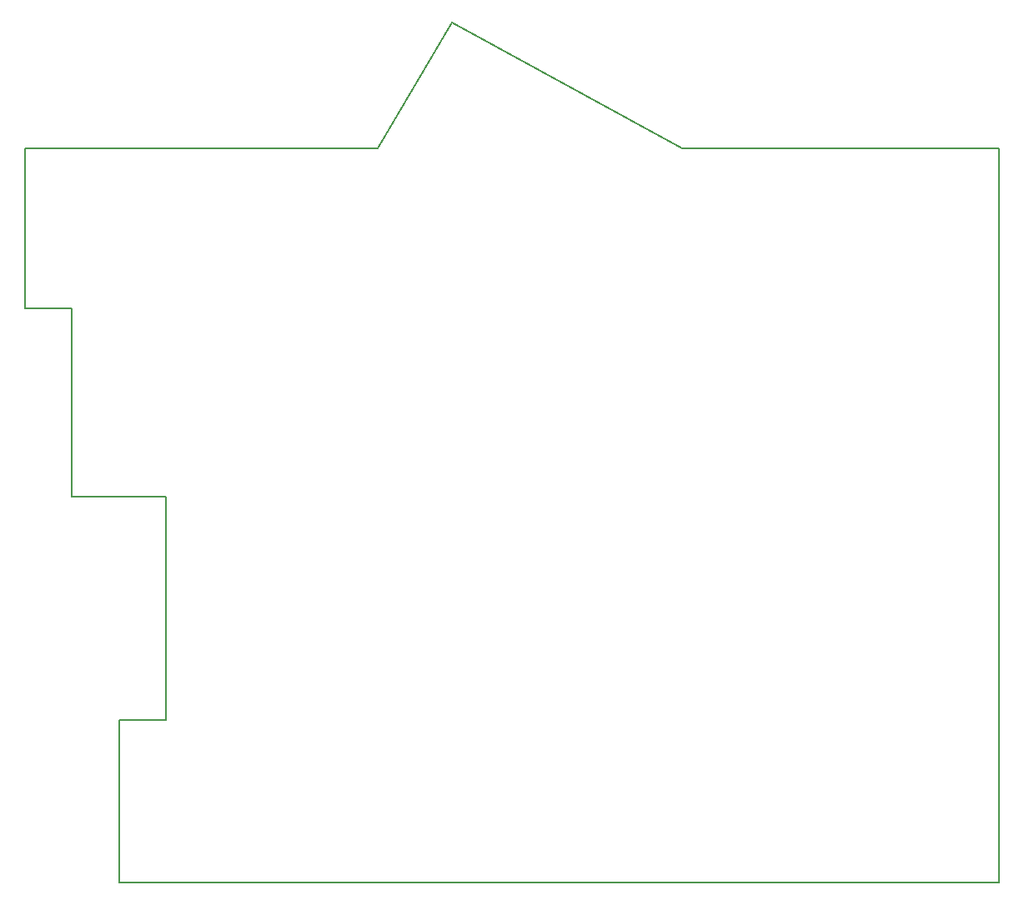
<source format=gbr>
G04 #@! TF.GenerationSoftware,KiCad,Pcbnew,(5.1.6-0-10_14)*
G04 #@! TF.CreationDate,2022-05-29T14:18:20+09:00*
G04 #@! TF.ProjectId,cool936,636f6f6c-3933-4362-9e6b-696361645f70,rev?*
G04 #@! TF.SameCoordinates,Original*
G04 #@! TF.FileFunction,Profile,NP*
%FSLAX46Y46*%
G04 Gerber Fmt 4.6, Leading zero omitted, Abs format (unit mm)*
G04 Created by KiCad (PCBNEW (5.1.6-0-10_14)) date 2022-05-29 14:18:20*
%MOMM*%
%LPD*%
G01*
G04 APERTURE LIST*
G04 #@! TA.AperFunction,Profile*
%ADD10C,0.150000*%
G04 #@! TD*
G04 APERTURE END LIST*
D10*
X171450000Y9240000D02*
X207290000Y9240000D01*
X214770000Y22070000D02*
X207290000Y9240000D01*
X238150000Y9240000D02*
X214770000Y22070000D01*
X270320000Y3870000D02*
X270320000Y9240000D01*
X270320000Y-65360000D02*
X180980000Y-65360000D01*
X270320000Y3870000D02*
X270320000Y-65360000D01*
X238150000Y9240000D02*
X270320000Y9240000D01*
X171450000Y-6990000D02*
X171450000Y9240000D01*
X176210000Y-6990000D02*
X171450000Y-6990000D01*
X176210000Y-26130000D02*
X176210000Y-6990000D01*
X185740000Y-26130000D02*
X176210000Y-26130000D01*
X185740000Y-48850000D02*
X185740000Y-26130000D01*
X180980000Y-48850000D02*
X185740000Y-48850000D01*
X180980000Y-65360000D02*
X180980000Y-48850000D01*
M02*

</source>
